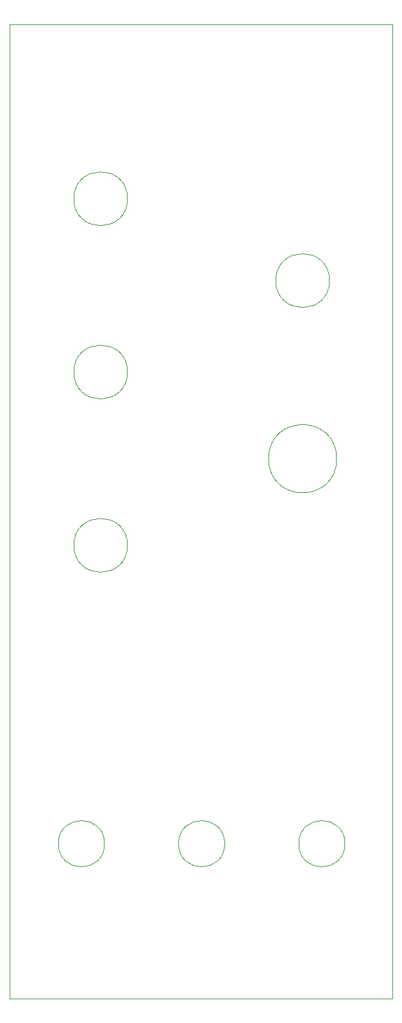
<source format=gm1>
G04 #@! TF.GenerationSoftware,KiCad,Pcbnew,6.0.5+dfsg-1~bpo11+1*
G04 #@! TF.CreationDate,2022-10-14T00:14:09+00:00*
G04 #@! TF.ProjectId,SSI2140_Phase_Shifter_front_panel,53534932-3134-4305-9f50-686173655f53,0*
G04 #@! TF.SameCoordinates,Original*
G04 #@! TF.FileFunction,Profile,NP*
%FSLAX46Y46*%
G04 Gerber Fmt 4.6, Leading zero omitted, Abs format (unit mm)*
G04 Created by KiCad (PCBNEW 6.0.5+dfsg-1~bpo11+1) date 2022-10-14 00:14:09*
%MOMM*%
%LPD*%
G01*
G04 APERTURE LIST*
G04 #@! TA.AperFunction,Profile*
%ADD10C,0.050000*%
G04 #@! TD*
G04 APERTURE END LIST*
D10*
X147195000Y-137795000D02*
G75*
G03*
X147195000Y-137795000I-3050000J0D01*
G01*
X163070000Y-137795000D02*
G75*
G03*
X163070000Y-137795000I-3050000J0D01*
G01*
X118805000Y-29705000D02*
X118805000Y-158205000D01*
X169305000Y-29705000D02*
X169305000Y-158205000D01*
X134360000Y-75565000D02*
G75*
G03*
X134360000Y-75565000I-3550000J0D01*
G01*
X161980000Y-86995000D02*
G75*
G03*
X161980000Y-86995000I-4500000J0D01*
G01*
X161030000Y-63500000D02*
G75*
G03*
X161030000Y-63500000I-3550000J0D01*
G01*
X134360000Y-98425000D02*
G75*
G03*
X134360000Y-98425000I-3550000J0D01*
G01*
X131320000Y-137795000D02*
G75*
G03*
X131320000Y-137795000I-3050000J0D01*
G01*
X118805000Y-29705000D02*
X169305000Y-29705000D01*
X134360000Y-52705000D02*
G75*
G03*
X134360000Y-52705000I-3550000J0D01*
G01*
X118805000Y-158205000D02*
X169305000Y-158205000D01*
M02*

</source>
